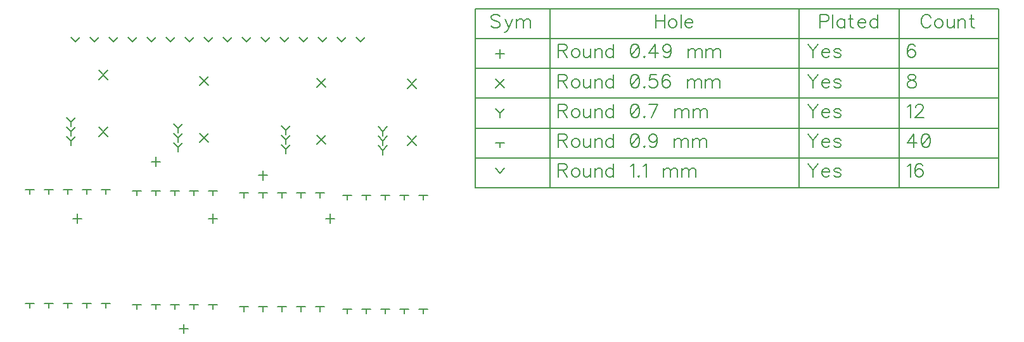
<source format=gbr>
G04 DipTrace 3.0.0.1*
G04 Plated_Through.gbr*
%MOIN*%
G04 #@! TF.FileFunction,Plated,1,2,PTH,Drill*
G04 #@! TF.Part,Single*
G04 Drill Symbols*
G04 D=0.019134 - Cross*
G04 D=0.021995 - X*
G04 D=0.027559 - Y*
G04 D=0.035433 - T*
G04 D=0.043307 - V*
%ADD10C,0.007874*%
%FSLAX26Y26*%
G04*
G70*
G90*
G75*
G01*
X2268898Y701575D2*
D10*
X2316142D1*
X2292520D2*
Y677953D1*
X2368898Y701575D2*
X2416142D1*
X2392520D2*
Y677953D1*
X2468898Y701575D2*
X2516142D1*
X2492520D2*
Y677953D1*
X2568898Y701575D2*
X2616142D1*
X2592520D2*
Y677953D1*
X2668898Y701575D2*
X2716142D1*
X2692520D2*
Y677953D1*
X2668898Y1301575D2*
X2716142D1*
X2692520D2*
Y1277953D1*
X2568898Y1301575D2*
X2616142D1*
X2592520D2*
Y1277953D1*
X2468898Y1301575D2*
X2516142D1*
X2492520D2*
Y1277953D1*
X2368898Y1301575D2*
X2416142D1*
X2392520D2*
Y1277953D1*
X2268898Y1301575D2*
X2316142D1*
X2292520D2*
Y1277953D1*
X1724409Y712205D2*
X1771654D1*
X1748031D2*
Y688583D1*
X1824409Y712205D2*
X1871654D1*
X1848031D2*
Y688583D1*
X1924409Y712205D2*
X1971654D1*
X1948031D2*
Y688583D1*
X2024409Y712205D2*
X2071654D1*
X2048031D2*
Y688583D1*
X2124409Y712205D2*
X2171654D1*
X2148031D2*
Y688583D1*
X2124409Y1312205D2*
X2171654D1*
X2148031D2*
Y1288583D1*
X2024409Y1312205D2*
X2071654D1*
X2048031D2*
Y1288583D1*
X1924409Y1312205D2*
X1971654D1*
X1948031D2*
Y1288583D1*
X1824409Y1312205D2*
X1871654D1*
X1848031D2*
Y1288583D1*
X1724409Y1312205D2*
X1771654D1*
X1748031D2*
Y1288583D1*
X1161811Y723622D2*
X1209055D1*
X1185433D2*
Y700000D1*
X1261811Y723622D2*
X1309055D1*
X1285433D2*
Y700000D1*
X1361811Y723622D2*
X1409055D1*
X1385433D2*
Y700000D1*
X1461811Y723622D2*
X1509055D1*
X1485433D2*
Y700000D1*
X1561811Y723622D2*
X1609055D1*
X1585433D2*
Y700000D1*
X1561811Y1323622D2*
X1609055D1*
X1585433D2*
Y1300000D1*
X1461811Y1323622D2*
X1509055D1*
X1485433D2*
Y1300000D1*
X1361811Y1323622D2*
X1409055D1*
X1385433D2*
Y1300000D1*
X1261811Y1323622D2*
X1309055D1*
X1285433D2*
Y1300000D1*
X1161811Y1323622D2*
X1209055D1*
X1185433D2*
Y1300000D1*
X597638Y729921D2*
X644882D1*
X621260D2*
Y706299D1*
X697638Y729921D2*
X744882D1*
X721260D2*
Y706299D1*
X797638Y729921D2*
X844882D1*
X821260D2*
Y706299D1*
X897638Y729921D2*
X944882D1*
X921260D2*
Y706299D1*
X997638Y729921D2*
X1044882D1*
X1021260D2*
Y706299D1*
X997638Y1329921D2*
X1044882D1*
X1021260D2*
Y1306299D1*
X897638Y1329921D2*
X944882D1*
X921260D2*
Y1306299D1*
X797638Y1329921D2*
X844882D1*
X821260D2*
Y1306299D1*
X697638Y1329921D2*
X744882D1*
X721260D2*
Y1306299D1*
X597638Y1329921D2*
X644882D1*
X621260D2*
Y1306299D1*
X838976Y2133858D2*
X862598Y2110236D1*
X886220Y2133858D1*
X938976D2*
X962598Y2110236D1*
X986220Y2133858D1*
X1038976D2*
X1062598Y2110236D1*
X1086220Y2133858D1*
X1138976D2*
X1162598Y2110236D1*
X1186220Y2133858D1*
X1238976D2*
X1262598Y2110236D1*
X1286220Y2133858D1*
X1338976D2*
X1362598Y2110236D1*
X1386220Y2133858D1*
X1438976D2*
X1462598Y2110236D1*
X1486220Y2133858D1*
X1538976D2*
X1562598Y2110236D1*
X1586220Y2133858D1*
X1638976D2*
X1662598Y2110236D1*
X1686220Y2133858D1*
X1738976D2*
X1762598Y2110236D1*
X1786220Y2133858D1*
X1838976D2*
X1862598Y2110236D1*
X1886220Y2133858D1*
X1938976D2*
X1962598Y2110236D1*
X1986220Y2133858D1*
X2038976D2*
X2062598Y2110236D1*
X2086220Y2133858D1*
X2138976D2*
X2162598Y2110236D1*
X2186220Y2133858D1*
X2238976D2*
X2262598Y2110236D1*
X2286220Y2133858D1*
X2338976D2*
X2362598Y2110236D1*
X2386220Y2133858D1*
X2455906Y1562205D2*
X2479528Y1538583D1*
X2503150Y1562205D1*
X2479528Y1538583D2*
Y1514961D1*
X2455906Y1612205D2*
X2479528Y1588583D1*
X2503150Y1612205D1*
X2479528Y1588583D2*
Y1564961D1*
X2455906Y1662205D2*
X2479528Y1638583D1*
X2503150Y1662205D1*
X2479528Y1638583D2*
Y1614961D1*
X1946457Y1566142D2*
X1970079Y1542520D1*
X1993701Y1566142D1*
X1970079Y1542520D2*
Y1518898D1*
X1946457Y1616142D2*
X1970079Y1592520D1*
X1993701Y1616142D1*
X1970079Y1592520D2*
Y1568898D1*
X1946457Y1666142D2*
X1970079Y1642520D1*
X1993701Y1666142D1*
X1970079Y1642520D2*
Y1618898D1*
X1377953Y1577165D2*
X1401575Y1553543D1*
X1425197Y1577165D1*
X1401575Y1553543D2*
Y1529921D1*
X1377953Y1627165D2*
X1401575Y1603543D1*
X1425197Y1627165D1*
X1401575Y1603543D2*
Y1579921D1*
X1377953Y1677165D2*
X1401575Y1653543D1*
X1425197Y1677165D1*
X1401575Y1653543D2*
Y1629921D1*
X814961Y1609449D2*
X838583Y1585827D1*
X862205Y1609449D1*
X838583Y1585827D2*
Y1562205D1*
X814961Y1659449D2*
X838583Y1635827D1*
X862205Y1659449D1*
X838583Y1635827D2*
Y1612205D1*
X814961Y1709449D2*
X838583Y1685827D1*
X862205Y1709449D1*
X838583Y1685827D2*
Y1662205D1*
X2607480Y1612598D2*
X2654724Y1565354D1*
Y1612598D2*
X2607480Y1565354D1*
Y1912598D2*
X2654724Y1865354D1*
Y1912598D2*
X2607480Y1865354D1*
X2131102Y1616142D2*
X2178346Y1568898D1*
Y1616142D2*
X2131102Y1568898D1*
Y1916142D2*
X2178346Y1868898D1*
Y1916142D2*
X2131102Y1868898D1*
X1514173Y1627165D2*
X1561417Y1579921D1*
Y1627165D2*
X1514173Y1579921D1*
Y1927165D2*
X1561417Y1879921D1*
Y1927165D2*
X1514173Y1879921D1*
X986220Y1659055D2*
X1033465Y1611811D1*
Y1659055D2*
X986220Y1611811D1*
Y1959055D2*
X1033465Y1911811D1*
Y1959055D2*
X986220Y1911811D1*
X1585433Y1202362D2*
Y1155118D1*
X1561811Y1178740D2*
X1609055D1*
X2201024Y1202362D2*
Y1155118D1*
X2177402Y1178740D2*
X2224646D1*
X872839Y1202362D2*
Y1155118D1*
X849217Y1178740D2*
X896461D1*
X1432441Y621256D2*
Y574012D1*
X1408819Y597634D2*
X1456063D1*
X1848031Y1429055D2*
Y1381811D1*
X1824409Y1405433D2*
X1871653D1*
X1285433Y1502283D2*
Y1455039D1*
X1261811Y1478661D2*
X1309055D1*
X2964042Y2284646D2*
X3357743D1*
Y2127165D1*
X2964042D1*
Y2284646D1*
Y2127165D2*
X3357743D1*
Y1969685D1*
X2964042D1*
Y2127165D1*
Y1969685D2*
X3357743D1*
Y1812205D1*
X2964042D1*
Y1969685D1*
Y1812205D2*
X3357743D1*
Y1654724D1*
X2964042D1*
Y1812205D1*
Y1654724D2*
X3357743D1*
Y1497244D1*
X2964042D1*
Y1654724D1*
Y1497244D2*
X3357743D1*
Y1339764D1*
X2964042D1*
Y1497244D1*
X3357743Y2284646D2*
X4670079D1*
Y2127165D1*
X3357743D1*
Y2284646D1*
Y2127165D2*
X4670079D1*
Y1969685D1*
X3357743D1*
Y2127165D1*
Y1969685D2*
X4670079D1*
Y1812205D1*
X3357743D1*
Y1969685D1*
Y1812205D2*
X4670079D1*
Y1654724D1*
X3357743D1*
Y1812205D1*
Y1654724D2*
X4670079D1*
Y1497244D1*
X3357743D1*
Y1654724D1*
Y1497244D2*
X4670079D1*
Y1339764D1*
X3357743D1*
Y1497244D1*
X4670079Y2284646D2*
X5195013D1*
Y2127165D1*
X4670079D1*
Y2284646D1*
Y2127165D2*
X5195013D1*
Y1969685D1*
X4670079D1*
Y2127165D1*
Y1969685D2*
X5195013D1*
Y1812205D1*
X4670079D1*
Y1969685D1*
Y1812205D2*
X5195013D1*
Y1654724D1*
X4670079D1*
Y1812205D1*
Y1654724D2*
X5195013D1*
Y1497244D1*
X4670079D1*
Y1654724D1*
Y1497244D2*
X5195013D1*
Y1339764D1*
X4670079D1*
Y1497244D1*
X5195013Y2284646D2*
X5719948D1*
Y2127165D1*
X5195013D1*
Y2284646D1*
Y2127165D2*
X5719948D1*
Y1969685D1*
X5195013D1*
Y2127165D1*
Y1969685D2*
X5719948D1*
Y1812205D1*
X5195013D1*
Y1969685D1*
Y1812205D2*
X5719948D1*
Y1654724D1*
X5195013D1*
Y1812205D1*
Y1654724D2*
X5719948D1*
Y1497244D1*
X5195013D1*
Y1654724D1*
Y1497244D2*
X5719948D1*
Y1339764D1*
X5195013D1*
Y1497244D1*
X3095276Y2072047D2*
Y2024803D1*
X3071654Y2048425D2*
X3118898D1*
X3071654Y1914567D2*
X3118898Y1867323D1*
Y1914567D2*
X3071654Y1867323D1*
Y1757087D2*
X3095276Y1733465D1*
X3118898Y1757087D1*
X3095276Y1733465D2*
Y1709843D1*
X3071654Y1575984D2*
X3118898D1*
X3095276D2*
Y1552362D1*
X3071654Y1442126D2*
X3095276Y1418504D1*
X3118898Y1442126D1*
X3095794Y2243571D2*
X3089140Y2250303D1*
X3079081Y2253631D1*
X3065695D1*
X3055636Y2250303D1*
X3048904Y2243571D1*
Y2236917D1*
X3052308Y2230185D1*
X3055636Y2226858D1*
X3062290Y2223531D1*
X3082408Y2216799D1*
X3089140Y2213472D1*
X3092467Y2210067D1*
X3095794Y2203413D1*
Y2193354D1*
X3089140Y2186699D1*
X3079081Y2183295D1*
X3065695D1*
X3055636Y2186699D1*
X3048904Y2193354D1*
X3120814Y2230185D2*
X3140855Y2183295D1*
X3134200Y2169908D1*
X3127468Y2163176D1*
X3120814Y2159849D1*
X3117409D1*
X3160973Y2230185D2*
X3140855Y2183295D1*
X3182588Y2230185D2*
Y2183295D1*
Y2216799D2*
X3192647Y2226858D1*
X3199379Y2230185D1*
X3209360D1*
X3216092Y2226858D1*
X3219419Y2216799D1*
Y2183295D1*
Y2216799D2*
X3229478Y2226858D1*
X3236210Y2230185D1*
X3246192D1*
X3252924Y2226858D1*
X3256328Y2216799D1*
Y2183295D1*
X3914837Y2253631D2*
Y2183295D1*
X3961727Y2253631D2*
Y2183295D1*
X3914837Y2220126D2*
X3961727D1*
X4000056Y2230185D2*
X3993401Y2226858D1*
X3986670Y2220126D1*
X3983342Y2210067D1*
Y2203413D1*
X3986670Y2193354D1*
X3993401Y2186699D1*
X4000056Y2183295D1*
X4010115D1*
X4016847Y2186699D1*
X4023501Y2193354D1*
X4026906Y2203413D1*
Y2210067D1*
X4023501Y2220126D1*
X4016847Y2226858D1*
X4010115Y2230185D1*
X4000056D1*
X4048521Y2253631D2*
Y2183295D1*
X4070136Y2210067D2*
X4110295D1*
Y2216799D1*
X4106967Y2223531D1*
X4103640Y2226858D1*
X4096908Y2230185D1*
X4086849D1*
X4080195Y2226858D1*
X4073463Y2220126D1*
X4070136Y2210067D1*
Y2203413D1*
X4073463Y2193354D1*
X4080195Y2186699D1*
X4086849Y2183295D1*
X4096908D1*
X4103640Y2186699D1*
X4110295Y2193354D1*
X3402517Y2062646D2*
X3432616D1*
X3442675Y2066050D1*
X3446080Y2069378D1*
X3449407Y2076032D1*
Y2082764D1*
X3446080Y2089418D1*
X3442675Y2092823D1*
X3432616Y2096150D1*
X3402517D1*
Y2025814D1*
X3425962Y2062646D2*
X3449407Y2025814D1*
X3487736Y2072705D2*
X3481081Y2069378D1*
X3474349Y2062646D1*
X3471022Y2052587D1*
Y2045932D1*
X3474349Y2035873D1*
X3481081Y2029219D1*
X3487736Y2025814D1*
X3497795D1*
X3504527Y2029219D1*
X3511181Y2035873D1*
X3514586Y2045932D1*
Y2052587D1*
X3511181Y2062646D1*
X3504527Y2069378D1*
X3497795Y2072705D1*
X3487736D1*
X3536201D2*
Y2039200D1*
X3539528Y2029219D1*
X3546260Y2025814D1*
X3556319D1*
X3562973Y2029219D1*
X3573032Y2039200D1*
Y2072705D2*
Y2025814D1*
X3594647Y2072705D2*
Y2025814D1*
Y2059319D2*
X3604706Y2069378D1*
X3611438Y2072705D1*
X3621420D1*
X3628152Y2069378D1*
X3631479Y2059319D1*
Y2025814D1*
X3693253Y2096150D2*
Y2025814D1*
Y2062646D2*
X3686598Y2069378D1*
X3679866Y2072705D1*
X3669807D1*
X3663153Y2069378D1*
X3656421Y2062646D1*
X3653094Y2052587D1*
Y2045932D1*
X3656421Y2035873D1*
X3663153Y2029219D1*
X3669807Y2025814D1*
X3679866D1*
X3686598Y2029219D1*
X3693253Y2035873D1*
X3803027Y2096073D2*
X3792968Y2092746D1*
X3786236Y2082687D1*
X3782909Y2065973D1*
Y2055914D1*
X3786236Y2039200D1*
X3792968Y2029141D1*
X3803027Y2025814D1*
X3809681D1*
X3819740Y2029141D1*
X3826395Y2039200D1*
X3829800Y2055914D1*
Y2065973D1*
X3826395Y2082687D1*
X3819740Y2092746D1*
X3809681Y2096073D1*
X3803027D1*
X3826395Y2082687D2*
X3786236Y2039200D1*
X3854742Y2032546D2*
X3851414Y2029141D1*
X3854742Y2025814D1*
X3858146Y2029141D1*
X3854742Y2032546D1*
X3913266Y2025814D2*
Y2096073D1*
X3879761Y2049260D1*
X3929979D1*
X3995158Y2072705D2*
X3991753Y2062646D1*
X3985098Y2055914D1*
X3975039Y2052587D1*
X3971712D1*
X3961653Y2055914D1*
X3954999Y2062646D1*
X3951594Y2072705D1*
Y2076032D1*
X3954999Y2086091D1*
X3961653Y2092746D1*
X3971712Y2096073D1*
X3975039D1*
X3985098Y2092746D1*
X3991753Y2086091D1*
X3995158Y2072705D1*
Y2055914D1*
X3991753Y2039200D1*
X3985098Y2029141D1*
X3975039Y2025814D1*
X3968385D1*
X3958326Y2029141D1*
X3954999Y2035873D1*
X4084814Y2072705D2*
Y2025814D1*
Y2059319D2*
X4094873Y2069378D1*
X4101605Y2072705D1*
X4111586D1*
X4118318Y2069378D1*
X4121645Y2059319D1*
Y2025814D1*
Y2059319D2*
X4131705Y2069378D1*
X4138436Y2072705D1*
X4148418D1*
X4155150Y2069378D1*
X4158554Y2059319D1*
Y2025814D1*
X4180169Y2072705D2*
Y2025814D1*
Y2059319D2*
X4190228Y2069378D1*
X4196960Y2072705D1*
X4206942D1*
X4213674Y2069378D1*
X4217001Y2059319D1*
Y2025814D1*
Y2059319D2*
X4227060Y2069378D1*
X4233792Y2072705D1*
X4243774D1*
X4250505Y2069378D1*
X4253910Y2059319D1*
Y2025814D1*
X3402517Y1905166D2*
X3432616D1*
X3442675Y1908570D1*
X3446080Y1911897D1*
X3449407Y1918552D1*
Y1925284D1*
X3446080Y1931938D1*
X3442675Y1935343D1*
X3432616Y1938670D1*
X3402517D1*
Y1868334D1*
X3425962Y1905166D2*
X3449407Y1868334D1*
X3487736Y1915225D2*
X3481081Y1911897D1*
X3474349Y1905166D1*
X3471022Y1895106D1*
Y1888452D1*
X3474349Y1878393D1*
X3481081Y1871739D1*
X3487736Y1868334D1*
X3497795D1*
X3504527Y1871739D1*
X3511181Y1878393D1*
X3514586Y1888452D1*
Y1895106D1*
X3511181Y1905166D1*
X3504527Y1911897D1*
X3497795Y1915225D1*
X3487736D1*
X3536201D2*
Y1881720D1*
X3539528Y1871739D1*
X3546260Y1868334D1*
X3556319D1*
X3562973Y1871739D1*
X3573032Y1881720D1*
Y1915225D2*
Y1868334D1*
X3594647Y1915225D2*
Y1868334D1*
Y1901838D2*
X3604706Y1911897D1*
X3611438Y1915225D1*
X3621420D1*
X3628152Y1911897D1*
X3631479Y1901838D1*
Y1868334D1*
X3693253Y1938670D2*
Y1868334D1*
Y1905166D2*
X3686598Y1911897D1*
X3679866Y1915225D1*
X3669807D1*
X3663153Y1911897D1*
X3656421Y1905166D1*
X3653094Y1895106D1*
Y1888452D1*
X3656421Y1878393D1*
X3663153Y1871739D1*
X3669807Y1868334D1*
X3679866D1*
X3686598Y1871739D1*
X3693253Y1878393D1*
X3803027Y1938593D2*
X3792968Y1935265D1*
X3786236Y1925206D1*
X3782909Y1908493D1*
Y1898434D1*
X3786236Y1881720D1*
X3792968Y1871661D1*
X3803027Y1868334D1*
X3809681D1*
X3819740Y1871661D1*
X3826395Y1881720D1*
X3829800Y1898434D1*
Y1908493D1*
X3826395Y1925206D1*
X3819740Y1935265D1*
X3809681Y1938593D1*
X3803027D1*
X3826395Y1925206D2*
X3786236Y1881720D1*
X3854742Y1875066D2*
X3851414Y1871661D1*
X3854742Y1868334D1*
X3858146Y1871661D1*
X3854742Y1875066D1*
X3919920Y1938593D2*
X3886493D1*
X3883166Y1908493D1*
X3886493Y1911820D1*
X3896552Y1915225D1*
X3906534D1*
X3916593Y1911820D1*
X3923325Y1905166D1*
X3926652Y1895106D1*
Y1888452D1*
X3923325Y1878393D1*
X3916593Y1871661D1*
X3906534Y1868334D1*
X3896552D1*
X3886493Y1871661D1*
X3883166Y1875066D1*
X3879761Y1881720D1*
X3988426Y1928611D2*
X3985098Y1935265D1*
X3975039Y1938593D1*
X3968385D1*
X3958326Y1935265D1*
X3951594Y1925206D1*
X3948267Y1908493D1*
Y1891779D1*
X3951594Y1878393D1*
X3958326Y1871661D1*
X3968385Y1868334D1*
X3971712D1*
X3981694Y1871661D1*
X3988426Y1878393D1*
X3991753Y1888452D1*
Y1891779D1*
X3988426Y1901838D1*
X3981694Y1908493D1*
X3971712Y1911820D1*
X3968385D1*
X3958326Y1908493D1*
X3951594Y1901838D1*
X3948267Y1891779D1*
X4081409Y1915225D2*
Y1868334D1*
Y1901838D2*
X4091468Y1911897D1*
X4098200Y1915225D1*
X4108182D1*
X4114914Y1911897D1*
X4118241Y1901838D1*
Y1868334D1*
Y1901838D2*
X4128300Y1911897D1*
X4135032Y1915225D1*
X4145013D1*
X4151745Y1911897D1*
X4155150Y1901838D1*
Y1868334D1*
X4176765Y1915225D2*
Y1868334D1*
Y1901838D2*
X4186824Y1911897D1*
X4193556Y1915225D1*
X4203537D1*
X4210269Y1911897D1*
X4213596Y1901838D1*
Y1868334D1*
Y1901838D2*
X4223655Y1911897D1*
X4230387Y1915225D1*
X4240369D1*
X4247101Y1911897D1*
X4250505Y1901838D1*
Y1868334D1*
X3402517Y1747685D2*
X3432616D1*
X3442675Y1751090D1*
X3446080Y1754417D1*
X3449407Y1761071D1*
Y1767803D1*
X3446080Y1774458D1*
X3442675Y1777862D1*
X3432616Y1781190D1*
X3402517D1*
Y1710854D1*
X3425962Y1747685D2*
X3449407Y1710854D1*
X3487736Y1757744D2*
X3481081Y1754417D1*
X3474349Y1747685D1*
X3471022Y1737626D1*
Y1730972D1*
X3474349Y1720913D1*
X3481081Y1714258D1*
X3487736Y1710854D1*
X3497795D1*
X3504527Y1714258D1*
X3511181Y1720913D1*
X3514586Y1730972D1*
Y1737626D1*
X3511181Y1747685D1*
X3504527Y1754417D1*
X3497795Y1757744D1*
X3487736D1*
X3536201D2*
Y1724240D1*
X3539528Y1714258D1*
X3546260Y1710854D1*
X3556319D1*
X3562973Y1714258D1*
X3573032Y1724240D1*
Y1757744D2*
Y1710854D1*
X3594647Y1757744D2*
Y1710854D1*
Y1744358D2*
X3604706Y1754417D1*
X3611438Y1757744D1*
X3621420D1*
X3628152Y1754417D1*
X3631479Y1744358D1*
Y1710854D1*
X3693253Y1781190D2*
Y1710854D1*
Y1747685D2*
X3686598Y1754417D1*
X3679866Y1757744D1*
X3669807D1*
X3663153Y1754417D1*
X3656421Y1747685D1*
X3653094Y1737626D1*
Y1730972D1*
X3656421Y1720913D1*
X3663153Y1714258D1*
X3669807Y1710854D1*
X3679866D1*
X3686598Y1714258D1*
X3693253Y1720913D1*
X3803027Y1781112D2*
X3792968Y1777785D1*
X3786236Y1767726D1*
X3782909Y1751012D1*
Y1740953D1*
X3786236Y1724240D1*
X3792968Y1714181D1*
X3803027Y1710854D1*
X3809681D1*
X3819740Y1714181D1*
X3826395Y1724240D1*
X3829800Y1740953D1*
Y1751012D1*
X3826395Y1767726D1*
X3819740Y1777785D1*
X3809681Y1781112D1*
X3803027D1*
X3826395Y1767726D2*
X3786236Y1724240D1*
X3854742Y1717585D2*
X3851414Y1714181D1*
X3854742Y1710854D1*
X3858146Y1714181D1*
X3854742Y1717585D1*
X3893148Y1710854D2*
X3926652Y1781112D1*
X3879761D1*
X4016308Y1757744D2*
Y1710854D1*
Y1744358D2*
X4026367Y1754417D1*
X4033099Y1757744D1*
X4043081D1*
X4049813Y1754417D1*
X4053140Y1744358D1*
Y1710854D1*
Y1744358D2*
X4063199Y1754417D1*
X4069931Y1757744D1*
X4079912D1*
X4086644Y1754417D1*
X4090049Y1744358D1*
Y1710854D1*
X4111664Y1757744D2*
Y1710854D1*
Y1744358D2*
X4121723Y1754417D1*
X4128455Y1757744D1*
X4138436D1*
X4145168Y1754417D1*
X4148495Y1744358D1*
Y1710854D1*
Y1744358D2*
X4158554Y1754417D1*
X4165286Y1757744D1*
X4175268D1*
X4182000Y1754417D1*
X4185404Y1744358D1*
Y1710854D1*
X3402517Y1590205D2*
X3432616D1*
X3442675Y1593609D1*
X3446080Y1596937D1*
X3449407Y1603591D1*
Y1610323D1*
X3446080Y1616977D1*
X3442675Y1620382D1*
X3432616Y1623709D1*
X3402517D1*
Y1553373D1*
X3425962Y1590205D2*
X3449407Y1553373D1*
X3487736Y1600264D2*
X3481081Y1596937D1*
X3474349Y1590205D1*
X3471022Y1580146D1*
Y1573491D1*
X3474349Y1563432D1*
X3481081Y1556778D1*
X3487736Y1553373D1*
X3497795D1*
X3504527Y1556778D1*
X3511181Y1563432D1*
X3514586Y1573491D1*
Y1580146D1*
X3511181Y1590205D1*
X3504527Y1596937D1*
X3497795Y1600264D1*
X3487736D1*
X3536201D2*
Y1566760D1*
X3539528Y1556778D1*
X3546260Y1553373D1*
X3556319D1*
X3562973Y1556778D1*
X3573032Y1566760D1*
Y1600264D2*
Y1553373D1*
X3594647Y1600264D2*
Y1553373D1*
Y1586878D2*
X3604706Y1596937D1*
X3611438Y1600264D1*
X3621420D1*
X3628152Y1596937D1*
X3631479Y1586878D1*
Y1553373D1*
X3693253Y1623709D2*
Y1553373D1*
Y1590205D2*
X3686598Y1596937D1*
X3679866Y1600264D1*
X3669807D1*
X3663153Y1596937D1*
X3656421Y1590205D1*
X3653094Y1580146D1*
Y1573491D1*
X3656421Y1563432D1*
X3663153Y1556778D1*
X3669807Y1553373D1*
X3679866D1*
X3686598Y1556778D1*
X3693253Y1563432D1*
X3803027Y1623632D2*
X3792968Y1620305D1*
X3786236Y1610246D1*
X3782909Y1593532D1*
Y1583473D1*
X3786236Y1566760D1*
X3792968Y1556700D1*
X3803027Y1553373D1*
X3809681D1*
X3819740Y1556700D1*
X3826395Y1566760D1*
X3829800Y1583473D1*
Y1593532D1*
X3826395Y1610246D1*
X3819740Y1620305D1*
X3809681Y1623632D1*
X3803027D1*
X3826395Y1610246D2*
X3786236Y1566760D1*
X3854742Y1560105D2*
X3851414Y1556700D1*
X3854742Y1553373D1*
X3858146Y1556700D1*
X3854742Y1560105D1*
X3923325Y1600264D2*
X3919920Y1590205D1*
X3913266Y1583473D1*
X3903207Y1580146D1*
X3899879D1*
X3889820Y1583473D1*
X3883166Y1590205D1*
X3879761Y1600264D1*
Y1603591D1*
X3883166Y1613650D1*
X3889820Y1620305D1*
X3899879Y1623632D1*
X3903207D1*
X3913266Y1620305D1*
X3919920Y1613650D1*
X3923325Y1600264D1*
Y1583473D1*
X3919920Y1566760D1*
X3913266Y1556700D1*
X3903207Y1553373D1*
X3896552D1*
X3886493Y1556700D1*
X3883166Y1563432D1*
X4012981Y1600264D2*
Y1553373D1*
Y1586878D2*
X4023040Y1596937D1*
X4029772Y1600264D1*
X4039754D1*
X4046485Y1596937D1*
X4049813Y1586878D1*
Y1553373D1*
Y1586878D2*
X4059872Y1596937D1*
X4066604Y1600264D1*
X4076585D1*
X4083317Y1596937D1*
X4086722Y1586878D1*
Y1553373D1*
X4108337Y1600264D2*
Y1553373D1*
Y1586878D2*
X4118396Y1596937D1*
X4125127Y1600264D1*
X4135109D1*
X4141841Y1596937D1*
X4145168Y1586878D1*
Y1553373D1*
Y1586878D2*
X4155227Y1596937D1*
X4161959Y1600264D1*
X4171941D1*
X4178673Y1596937D1*
X4182077Y1586878D1*
Y1553373D1*
X3402517Y1432725D2*
X3432616D1*
X3442675Y1436129D1*
X3446080Y1439456D1*
X3449407Y1446111D1*
Y1452843D1*
X3446080Y1459497D1*
X3442675Y1462902D1*
X3432616Y1466229D1*
X3402517D1*
Y1395893D1*
X3425962Y1432725D2*
X3449407Y1395893D1*
X3487736Y1442784D2*
X3481081Y1439456D1*
X3474349Y1432725D1*
X3471022Y1422666D1*
Y1416011D1*
X3474349Y1405952D1*
X3481081Y1399298D1*
X3487736Y1395893D1*
X3497795D1*
X3504527Y1399298D1*
X3511181Y1405952D1*
X3514586Y1416011D1*
Y1422666D1*
X3511181Y1432725D1*
X3504527Y1439456D1*
X3497795Y1442784D1*
X3487736D1*
X3536201D2*
Y1409279D1*
X3539528Y1399298D1*
X3546260Y1395893D1*
X3556319D1*
X3562973Y1399298D1*
X3573032Y1409279D1*
Y1442784D2*
Y1395893D1*
X3594647Y1442784D2*
Y1395893D1*
Y1429397D2*
X3604706Y1439456D1*
X3611438Y1442784D1*
X3621420D1*
X3628152Y1439456D1*
X3631479Y1429397D1*
Y1395893D1*
X3693253Y1466229D2*
Y1395893D1*
Y1432725D2*
X3686598Y1439456D1*
X3679866Y1442784D1*
X3669807D1*
X3663153Y1439456D1*
X3656421Y1432725D1*
X3653094Y1422666D1*
Y1416011D1*
X3656421Y1405952D1*
X3663153Y1399298D1*
X3669807Y1395893D1*
X3679866D1*
X3686598Y1399298D1*
X3693253Y1405952D1*
X3782909Y1452765D2*
X3789641Y1456170D1*
X3799700Y1466152D1*
Y1395893D1*
X3824642Y1402625D2*
X3821315Y1399220D1*
X3824642Y1395893D1*
X3828047Y1399220D1*
X3824642Y1402625D1*
X3849661Y1452765D2*
X3856393Y1456170D1*
X3866452Y1466152D1*
Y1395893D1*
X3956109Y1442784D2*
Y1395893D1*
Y1429397D2*
X3966168Y1439456D1*
X3972900Y1442784D1*
X3982881D1*
X3989613Y1439456D1*
X3992940Y1429397D1*
Y1395893D1*
Y1429397D2*
X4002999Y1439456D1*
X4009731Y1442784D1*
X4019713D1*
X4026445Y1439456D1*
X4029849Y1429397D1*
Y1395893D1*
X4051464Y1442784D2*
Y1395893D1*
Y1429397D2*
X4061523Y1439456D1*
X4068255Y1442784D1*
X4078237D1*
X4084969Y1439456D1*
X4088296Y1429397D1*
Y1395893D1*
Y1429397D2*
X4098355Y1439456D1*
X4105087Y1442784D1*
X4115068D1*
X4121800Y1439456D1*
X4125205Y1429397D1*
Y1395893D1*
X4778398Y2216799D2*
X4808575D1*
X4818557Y2220126D1*
X4821961Y2223531D1*
X4825289Y2230185D1*
Y2240244D1*
X4821961Y2246899D1*
X4818557Y2250303D1*
X4808575Y2253631D1*
X4778398D1*
Y2183295D1*
X4846903Y2253631D2*
Y2183295D1*
X4908677Y2230185D2*
Y2183295D1*
Y2220126D2*
X4902023Y2226858D1*
X4895291Y2230185D1*
X4885309D1*
X4878577Y2226858D1*
X4871923Y2220126D1*
X4868518Y2210067D1*
Y2203413D1*
X4871923Y2193354D1*
X4878577Y2186699D1*
X4885309Y2183295D1*
X4895291D1*
X4902023Y2186699D1*
X4908677Y2193354D1*
X4940351Y2253631D2*
Y2196681D1*
X4943678Y2186699D1*
X4950410Y2183295D1*
X4957065D1*
X4930292Y2230185D2*
X4953738D1*
X4978680Y2210067D2*
X5018839D1*
Y2216799D1*
X5015511Y2223531D1*
X5012184Y2226858D1*
X5005452Y2230185D1*
X4995393D1*
X4988739Y2226858D1*
X4982007Y2220126D1*
X4978680Y2210067D1*
Y2203413D1*
X4982007Y2193354D1*
X4988739Y2186699D1*
X4995393Y2183295D1*
X5005452D1*
X5012184Y2186699D1*
X5018839Y2193354D1*
X5080612Y2253631D2*
Y2183295D1*
Y2220126D2*
X5073958Y2226858D1*
X5067226Y2230185D1*
X5057167D1*
X5050513Y2226858D1*
X5043781Y2220126D1*
X5040453Y2210067D1*
Y2203413D1*
X5043781Y2193354D1*
X5050513Y2186699D1*
X5057167Y2183295D1*
X5067226D1*
X5073958Y2186699D1*
X5080612Y2193354D1*
X4714853Y2096150D2*
X4741625Y2062646D1*
Y2025814D1*
X4768398Y2096150D2*
X4741625Y2062646D1*
X4790013Y2052587D2*
X4830171D1*
Y2059319D1*
X4826844Y2066050D1*
X4823517Y2069378D1*
X4816785Y2072705D1*
X4806726D1*
X4800072Y2069378D1*
X4793340Y2062646D1*
X4790013Y2052587D1*
Y2045932D1*
X4793340Y2035873D1*
X4800072Y2029219D1*
X4806726Y2025814D1*
X4816785D1*
X4823517Y2029219D1*
X4830171Y2035873D1*
X4888618Y2062646D2*
X4885291Y2069378D1*
X4875232Y2072705D1*
X4865173D1*
X4855114Y2069378D1*
X4851786Y2062646D1*
X4855114Y2055991D1*
X4861845Y2052587D1*
X4878559Y2049260D1*
X4885291Y2045932D1*
X4888618Y2039200D1*
Y2035873D1*
X4885291Y2029219D1*
X4875232Y2025814D1*
X4865173D1*
X4855114Y2029219D1*
X4851786Y2035873D1*
X4714853Y1938670D2*
X4741625Y1905166D1*
Y1868334D1*
X4768398Y1938670D2*
X4741625Y1905166D1*
X4790013Y1895106D2*
X4830171D1*
Y1901838D1*
X4826844Y1908570D1*
X4823517Y1911897D1*
X4816785Y1915225D1*
X4806726D1*
X4800072Y1911897D1*
X4793340Y1905166D1*
X4790013Y1895106D1*
Y1888452D1*
X4793340Y1878393D1*
X4800072Y1871739D1*
X4806726Y1868334D1*
X4816785D1*
X4823517Y1871739D1*
X4830171Y1878393D1*
X4888618Y1905166D2*
X4885291Y1911897D1*
X4875232Y1915225D1*
X4865173D1*
X4855114Y1911897D1*
X4851786Y1905166D1*
X4855114Y1898511D1*
X4861845Y1895106D1*
X4878559Y1891779D1*
X4885291Y1888452D1*
X4888618Y1881720D1*
Y1878393D1*
X4885291Y1871739D1*
X4875232Y1868334D1*
X4865173D1*
X4855114Y1871739D1*
X4851786Y1878393D1*
X4714853Y1781190D2*
X4741625Y1747685D1*
Y1710854D1*
X4768398Y1781190D2*
X4741625Y1747685D1*
X4790013Y1737626D2*
X4830171D1*
Y1744358D1*
X4826844Y1751090D1*
X4823517Y1754417D1*
X4816785Y1757744D1*
X4806726D1*
X4800072Y1754417D1*
X4793340Y1747685D1*
X4790013Y1737626D1*
Y1730972D1*
X4793340Y1720913D1*
X4800072Y1714258D1*
X4806726Y1710854D1*
X4816785D1*
X4823517Y1714258D1*
X4830171Y1720913D1*
X4888618Y1747685D2*
X4885291Y1754417D1*
X4875232Y1757744D1*
X4865173D1*
X4855114Y1754417D1*
X4851786Y1747685D1*
X4855114Y1741031D1*
X4861845Y1737626D1*
X4878559Y1734299D1*
X4885291Y1730972D1*
X4888618Y1724240D1*
Y1720913D1*
X4885291Y1714258D1*
X4875232Y1710854D1*
X4865173D1*
X4855114Y1714258D1*
X4851786Y1720913D1*
X4714853Y1623709D2*
X4741625Y1590205D1*
Y1553373D1*
X4768398Y1623709D2*
X4741625Y1590205D1*
X4790013Y1580146D2*
X4830171D1*
Y1586878D1*
X4826844Y1593609D1*
X4823517Y1596937D1*
X4816785Y1600264D1*
X4806726D1*
X4800072Y1596937D1*
X4793340Y1590205D1*
X4790013Y1580146D1*
Y1573491D1*
X4793340Y1563432D1*
X4800072Y1556778D1*
X4806726Y1553373D1*
X4816785D1*
X4823517Y1556778D1*
X4830171Y1563432D1*
X4888618Y1590205D2*
X4885291Y1596937D1*
X4875232Y1600264D1*
X4865173D1*
X4855114Y1596937D1*
X4851786Y1590205D1*
X4855114Y1583550D1*
X4861845Y1580146D1*
X4878559Y1576819D1*
X4885291Y1573491D1*
X4888618Y1566760D1*
Y1563432D1*
X4885291Y1556778D1*
X4875232Y1553373D1*
X4865173D1*
X4855114Y1556778D1*
X4851786Y1563432D1*
X4714853Y1466229D2*
X4741625Y1432725D1*
Y1395893D1*
X4768398Y1466229D2*
X4741625Y1432725D1*
X4790013Y1422666D2*
X4830171D1*
Y1429397D1*
X4826844Y1436129D1*
X4823517Y1439456D1*
X4816785Y1442784D1*
X4806726D1*
X4800072Y1439456D1*
X4793340Y1432725D1*
X4790013Y1422666D1*
Y1416011D1*
X4793340Y1405952D1*
X4800072Y1399298D1*
X4806726Y1395893D1*
X4816785D1*
X4823517Y1399298D1*
X4830171Y1405952D1*
X4888618Y1432725D2*
X4885291Y1439456D1*
X4875232Y1442784D1*
X4865173D1*
X4855114Y1439456D1*
X4851786Y1432725D1*
X4855114Y1426070D1*
X4861845Y1422666D1*
X4878559Y1419338D1*
X4885291Y1416011D1*
X4888618Y1409279D1*
Y1405952D1*
X4885291Y1399298D1*
X4875232Y1395893D1*
X4865173D1*
X4855114Y1399298D1*
X4851786Y1405952D1*
X5361376Y2236917D2*
X5358049Y2243571D1*
X5351317Y2250303D1*
X5344663Y2253631D1*
X5331276D1*
X5324545Y2250303D1*
X5317890Y2243571D1*
X5314486Y2236917D1*
X5311158Y2226858D1*
Y2210067D1*
X5314486Y2200085D1*
X5317890Y2193354D1*
X5324545Y2186699D1*
X5331276Y2183295D1*
X5344663D1*
X5351317Y2186699D1*
X5358049Y2193354D1*
X5361376Y2200085D1*
X5399705Y2230185D2*
X5393050Y2226858D1*
X5386318Y2220126D1*
X5382991Y2210067D1*
Y2203413D1*
X5386318Y2193354D1*
X5393050Y2186699D1*
X5399705Y2183295D1*
X5409764D1*
X5416496Y2186699D1*
X5423150Y2193354D1*
X5426555Y2203413D1*
Y2210067D1*
X5423150Y2220126D1*
X5416496Y2226858D1*
X5409764Y2230185D1*
X5399705D1*
X5448170D2*
Y2196681D1*
X5451497Y2186699D1*
X5458229Y2183295D1*
X5468288D1*
X5474942Y2186699D1*
X5485001Y2196681D1*
Y2230185D2*
Y2183295D1*
X5506616Y2230185D2*
Y2183295D1*
Y2216799D2*
X5516675Y2226858D1*
X5523407Y2230185D1*
X5533389D1*
X5540121Y2226858D1*
X5543448Y2216799D1*
Y2183295D1*
X5575122Y2253631D2*
Y2196681D1*
X5578449Y2186699D1*
X5585181Y2183295D1*
X5591835D1*
X5565063Y2230185D2*
X5588508D1*
X5279946Y2086091D2*
X5276619Y2092746D1*
X5266560Y2096073D1*
X5259905D1*
X5249846Y2092746D1*
X5243114Y2082687D1*
X5239787Y2065973D1*
Y2049260D1*
X5243114Y2035873D1*
X5249846Y2029141D1*
X5259905Y2025814D1*
X5263232D1*
X5273214Y2029141D1*
X5279946Y2035873D1*
X5283273Y2045932D1*
Y2049260D1*
X5279946Y2059319D1*
X5273214Y2065973D1*
X5263232Y2069300D1*
X5259905D1*
X5249846Y2065973D1*
X5243114Y2059319D1*
X5239787Y2049260D1*
X5256500Y1938593D2*
X5246519Y1935265D1*
X5243114Y1928611D1*
Y1921879D1*
X5246519Y1915225D1*
X5253173Y1911820D1*
X5266560Y1908493D1*
X5276619Y1905166D1*
X5283273Y1898434D1*
X5286600Y1891779D1*
Y1881720D1*
X5283273Y1875066D1*
X5279946Y1871661D1*
X5269887Y1868334D1*
X5256500D1*
X5246519Y1871661D1*
X5243114Y1875066D1*
X5239787Y1881720D1*
Y1891779D1*
X5243114Y1898434D1*
X5249846Y1905166D1*
X5259828Y1908493D1*
X5273214Y1911820D1*
X5279946Y1915225D1*
X5283273Y1921879D1*
Y1928611D1*
X5279946Y1935265D1*
X5269887Y1938593D1*
X5256500D1*
X5239787Y1767726D2*
X5246519Y1771131D1*
X5256578Y1781112D1*
Y1710854D1*
X5281597Y1764399D2*
Y1767726D1*
X5284925Y1774458D1*
X5288252Y1777785D1*
X5294984Y1781112D1*
X5308370D1*
X5315024Y1777785D1*
X5318352Y1774458D1*
X5321756Y1767726D1*
Y1761071D1*
X5318352Y1754340D1*
X5311697Y1744358D1*
X5278193Y1710854D1*
X5325083D1*
X5273291Y1553373D2*
Y1623632D1*
X5239787Y1576819D1*
X5290005D1*
X5331738Y1623632D2*
X5321679Y1620305D1*
X5314947Y1610246D1*
X5311620Y1593532D1*
Y1583473D1*
X5314947Y1566760D1*
X5321679Y1556700D1*
X5331738Y1553373D1*
X5338392D1*
X5348451Y1556700D1*
X5355106Y1566760D1*
X5358510Y1583473D1*
Y1593532D1*
X5355106Y1610246D1*
X5348451Y1620305D1*
X5338392Y1623632D1*
X5331738D1*
X5355106Y1610246D2*
X5314947Y1566760D1*
X5239787Y1452765D2*
X5246519Y1456170D1*
X5256578Y1466152D1*
Y1395893D1*
X5318352Y1456170D2*
X5315024Y1462824D1*
X5304965Y1466152D1*
X5298311D1*
X5288252Y1462824D1*
X5281520Y1452765D1*
X5278193Y1436052D1*
Y1419338D1*
X5281520Y1405952D1*
X5288252Y1399220D1*
X5298311Y1395893D1*
X5301638D1*
X5311620Y1399220D1*
X5318352Y1405952D1*
X5321679Y1416011D1*
Y1419338D1*
X5318352Y1429397D1*
X5311620Y1436052D1*
X5301638Y1439379D1*
X5298311D1*
X5288252Y1436052D1*
X5281520Y1429397D1*
X5278193Y1419338D1*
M02*

</source>
